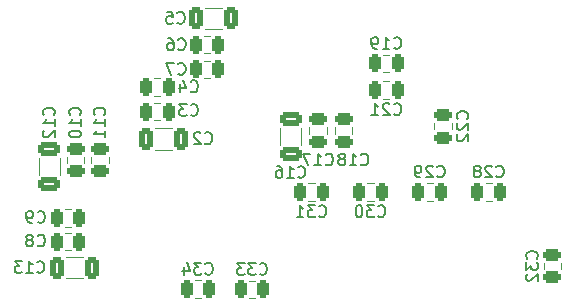
<source format=gbo>
G04 #@! TF.GenerationSoftware,KiCad,Pcbnew,8.0.2-8.0.2-0~ubuntu22.04.1*
G04 #@! TF.CreationDate,2024-06-03T16:53:01-05:00*
G04 #@! TF.ProjectId,peak-holder,7065616b-2d68-46f6-9c64-65722e6b6963,rev?*
G04 #@! TF.SameCoordinates,Original*
G04 #@! TF.FileFunction,Legend,Bot*
G04 #@! TF.FilePolarity,Positive*
%FSLAX46Y46*%
G04 Gerber Fmt 4.6, Leading zero omitted, Abs format (unit mm)*
G04 Created by KiCad (PCBNEW 8.0.2-8.0.2-0~ubuntu22.04.1) date 2024-06-03 16:53:01*
%MOMM*%
%LPD*%
G01*
G04 APERTURE LIST*
G04 Aperture macros list*
%AMRoundRect*
0 Rectangle with rounded corners*
0 $1 Rounding radius*
0 $2 $3 $4 $5 $6 $7 $8 $9 X,Y pos of 4 corners*
0 Add a 4 corners polygon primitive as box body*
4,1,4,$2,$3,$4,$5,$6,$7,$8,$9,$2,$3,0*
0 Add four circle primitives for the rounded corners*
1,1,$1+$1,$2,$3*
1,1,$1+$1,$4,$5*
1,1,$1+$1,$6,$7*
1,1,$1+$1,$8,$9*
0 Add four rect primitives between the rounded corners*
20,1,$1+$1,$2,$3,$4,$5,0*
20,1,$1+$1,$4,$5,$6,$7,0*
20,1,$1+$1,$6,$7,$8,$9,0*
20,1,$1+$1,$8,$9,$2,$3,0*%
G04 Aperture macros list end*
%ADD10C,0.150000*%
%ADD11C,0.120000*%
%ADD12C,3.500000*%
%ADD13C,2.000000*%
%ADD14RoundRect,0.102000X-0.975000X0.975000X-0.975000X-0.975000X0.975000X-0.975000X0.975000X0.975000X0*%
%ADD15C,2.154000*%
%ADD16C,1.240000*%
%ADD17R,1.270000X1.270000*%
%ADD18C,1.270000*%
%ADD19RoundRect,0.250000X0.250000X0.475000X-0.250000X0.475000X-0.250000X-0.475000X0.250000X-0.475000X0*%
%ADD20RoundRect,0.250000X-0.650000X0.325000X-0.650000X-0.325000X0.650000X-0.325000X0.650000X0.325000X0*%
%ADD21RoundRect,0.250000X-0.250000X-0.475000X0.250000X-0.475000X0.250000X0.475000X-0.250000X0.475000X0*%
%ADD22RoundRect,0.250000X0.475000X-0.250000X0.475000X0.250000X-0.475000X0.250000X-0.475000X-0.250000X0*%
%ADD23RoundRect,0.250000X-0.325000X-0.650000X0.325000X-0.650000X0.325000X0.650000X-0.325000X0.650000X0*%
%ADD24RoundRect,0.250000X-0.475000X0.250000X-0.475000X-0.250000X0.475000X-0.250000X0.475000X0.250000X0*%
%ADD25RoundRect,0.250000X0.650000X-0.325000X0.650000X0.325000X-0.650000X0.325000X-0.650000X-0.325000X0*%
G04 APERTURE END LIST*
D10*
X108603908Y-58429580D02*
X108651527Y-58477200D01*
X108651527Y-58477200D02*
X108794384Y-58524819D01*
X108794384Y-58524819D02*
X108889622Y-58524819D01*
X108889622Y-58524819D02*
X109032479Y-58477200D01*
X109032479Y-58477200D02*
X109127717Y-58381961D01*
X109127717Y-58381961D02*
X109175336Y-58286723D01*
X109175336Y-58286723D02*
X109222955Y-58096247D01*
X109222955Y-58096247D02*
X109222955Y-57953390D01*
X109222955Y-57953390D02*
X109175336Y-57762914D01*
X109175336Y-57762914D02*
X109127717Y-57667676D01*
X109127717Y-57667676D02*
X109032479Y-57572438D01*
X109032479Y-57572438D02*
X108889622Y-57524819D01*
X108889622Y-57524819D02*
X108794384Y-57524819D01*
X108794384Y-57524819D02*
X108651527Y-57572438D01*
X108651527Y-57572438D02*
X108603908Y-57620057D01*
X108222955Y-57620057D02*
X108175336Y-57572438D01*
X108175336Y-57572438D02*
X108080098Y-57524819D01*
X108080098Y-57524819D02*
X107842003Y-57524819D01*
X107842003Y-57524819D02*
X107746765Y-57572438D01*
X107746765Y-57572438D02*
X107699146Y-57620057D01*
X107699146Y-57620057D02*
X107651527Y-57715295D01*
X107651527Y-57715295D02*
X107651527Y-57810533D01*
X107651527Y-57810533D02*
X107699146Y-57953390D01*
X107699146Y-57953390D02*
X108270574Y-58524819D01*
X108270574Y-58524819D02*
X107651527Y-58524819D01*
X107080098Y-57953390D02*
X107175336Y-57905771D01*
X107175336Y-57905771D02*
X107222955Y-57858152D01*
X107222955Y-57858152D02*
X107270574Y-57762914D01*
X107270574Y-57762914D02*
X107270574Y-57715295D01*
X107270574Y-57715295D02*
X107222955Y-57620057D01*
X107222955Y-57620057D02*
X107175336Y-57572438D01*
X107175336Y-57572438D02*
X107080098Y-57524819D01*
X107080098Y-57524819D02*
X106889622Y-57524819D01*
X106889622Y-57524819D02*
X106794384Y-57572438D01*
X106794384Y-57572438D02*
X106746765Y-57620057D01*
X106746765Y-57620057D02*
X106699146Y-57715295D01*
X106699146Y-57715295D02*
X106699146Y-57762914D01*
X106699146Y-57762914D02*
X106746765Y-57858152D01*
X106746765Y-57858152D02*
X106794384Y-57905771D01*
X106794384Y-57905771D02*
X106889622Y-57953390D01*
X106889622Y-57953390D02*
X107080098Y-57953390D01*
X107080098Y-57953390D02*
X107175336Y-58001009D01*
X107175336Y-58001009D02*
X107222955Y-58048628D01*
X107222955Y-58048628D02*
X107270574Y-58143866D01*
X107270574Y-58143866D02*
X107270574Y-58334342D01*
X107270574Y-58334342D02*
X107222955Y-58429580D01*
X107222955Y-58429580D02*
X107175336Y-58477200D01*
X107175336Y-58477200D02*
X107080098Y-58524819D01*
X107080098Y-58524819D02*
X106889622Y-58524819D01*
X106889622Y-58524819D02*
X106794384Y-58477200D01*
X106794384Y-58477200D02*
X106746765Y-58429580D01*
X106746765Y-58429580D02*
X106699146Y-58334342D01*
X106699146Y-58334342D02*
X106699146Y-58143866D01*
X106699146Y-58143866D02*
X106746765Y-58048628D01*
X106746765Y-58048628D02*
X106794384Y-58001009D01*
X106794384Y-58001009D02*
X106889622Y-57953390D01*
X71119580Y-53227143D02*
X71167200Y-53179524D01*
X71167200Y-53179524D02*
X71214819Y-53036667D01*
X71214819Y-53036667D02*
X71214819Y-52941429D01*
X71214819Y-52941429D02*
X71167200Y-52798572D01*
X71167200Y-52798572D02*
X71071961Y-52703334D01*
X71071961Y-52703334D02*
X70976723Y-52655715D01*
X70976723Y-52655715D02*
X70786247Y-52608096D01*
X70786247Y-52608096D02*
X70643390Y-52608096D01*
X70643390Y-52608096D02*
X70452914Y-52655715D01*
X70452914Y-52655715D02*
X70357676Y-52703334D01*
X70357676Y-52703334D02*
X70262438Y-52798572D01*
X70262438Y-52798572D02*
X70214819Y-52941429D01*
X70214819Y-52941429D02*
X70214819Y-53036667D01*
X70214819Y-53036667D02*
X70262438Y-53179524D01*
X70262438Y-53179524D02*
X70310057Y-53227143D01*
X71214819Y-54179524D02*
X71214819Y-53608096D01*
X71214819Y-53893810D02*
X70214819Y-53893810D01*
X70214819Y-53893810D02*
X70357676Y-53798572D01*
X70357676Y-53798572D02*
X70452914Y-53703334D01*
X70452914Y-53703334D02*
X70500533Y-53608096D01*
X70310057Y-54560477D02*
X70262438Y-54608096D01*
X70262438Y-54608096D02*
X70214819Y-54703334D01*
X70214819Y-54703334D02*
X70214819Y-54941429D01*
X70214819Y-54941429D02*
X70262438Y-55036667D01*
X70262438Y-55036667D02*
X70310057Y-55084286D01*
X70310057Y-55084286D02*
X70405295Y-55131905D01*
X70405295Y-55131905D02*
X70500533Y-55131905D01*
X70500533Y-55131905D02*
X70643390Y-55084286D01*
X70643390Y-55084286D02*
X71214819Y-54512858D01*
X71214819Y-54512858D02*
X71214819Y-55131905D01*
X69766666Y-62274581D02*
X69814285Y-62322201D01*
X69814285Y-62322201D02*
X69957142Y-62369820D01*
X69957142Y-62369820D02*
X70052380Y-62369820D01*
X70052380Y-62369820D02*
X70195237Y-62322201D01*
X70195237Y-62322201D02*
X70290475Y-62226962D01*
X70290475Y-62226962D02*
X70338094Y-62131724D01*
X70338094Y-62131724D02*
X70385713Y-61941248D01*
X70385713Y-61941248D02*
X70385713Y-61798391D01*
X70385713Y-61798391D02*
X70338094Y-61607915D01*
X70338094Y-61607915D02*
X70290475Y-61512677D01*
X70290475Y-61512677D02*
X70195237Y-61417439D01*
X70195237Y-61417439D02*
X70052380Y-61369820D01*
X70052380Y-61369820D02*
X69957142Y-61369820D01*
X69957142Y-61369820D02*
X69814285Y-61417439D01*
X69814285Y-61417439D02*
X69766666Y-61465058D01*
X69290475Y-62369820D02*
X69099999Y-62369820D01*
X69099999Y-62369820D02*
X69004761Y-62322201D01*
X69004761Y-62322201D02*
X68957142Y-62274581D01*
X68957142Y-62274581D02*
X68861904Y-62131724D01*
X68861904Y-62131724D02*
X68814285Y-61941248D01*
X68814285Y-61941248D02*
X68814285Y-61560296D01*
X68814285Y-61560296D02*
X68861904Y-61465058D01*
X68861904Y-61465058D02*
X68909523Y-61417439D01*
X68909523Y-61417439D02*
X69004761Y-61369820D01*
X69004761Y-61369820D02*
X69195237Y-61369820D01*
X69195237Y-61369820D02*
X69290475Y-61417439D01*
X69290475Y-61417439D02*
X69338094Y-61465058D01*
X69338094Y-61465058D02*
X69385713Y-61560296D01*
X69385713Y-61560296D02*
X69385713Y-61798391D01*
X69385713Y-61798391D02*
X69338094Y-61893629D01*
X69338094Y-61893629D02*
X69290475Y-61941248D01*
X69290475Y-61941248D02*
X69195237Y-61988867D01*
X69195237Y-61988867D02*
X69004761Y-61988867D01*
X69004761Y-61988867D02*
X68909523Y-61941248D01*
X68909523Y-61941248D02*
X68861904Y-61893629D01*
X68861904Y-61893629D02*
X68814285Y-61798391D01*
X81676666Y-47659581D02*
X81724285Y-47707201D01*
X81724285Y-47707201D02*
X81867142Y-47754820D01*
X81867142Y-47754820D02*
X81962380Y-47754820D01*
X81962380Y-47754820D02*
X82105237Y-47707201D01*
X82105237Y-47707201D02*
X82200475Y-47611962D01*
X82200475Y-47611962D02*
X82248094Y-47516724D01*
X82248094Y-47516724D02*
X82295713Y-47326248D01*
X82295713Y-47326248D02*
X82295713Y-47183391D01*
X82295713Y-47183391D02*
X82248094Y-46992915D01*
X82248094Y-46992915D02*
X82200475Y-46897677D01*
X82200475Y-46897677D02*
X82105237Y-46802439D01*
X82105237Y-46802439D02*
X81962380Y-46754820D01*
X81962380Y-46754820D02*
X81867142Y-46754820D01*
X81867142Y-46754820D02*
X81724285Y-46802439D01*
X81724285Y-46802439D02*
X81676666Y-46850058D01*
X80819523Y-46754820D02*
X81009999Y-46754820D01*
X81009999Y-46754820D02*
X81105237Y-46802439D01*
X81105237Y-46802439D02*
X81152856Y-46850058D01*
X81152856Y-46850058D02*
X81248094Y-46992915D01*
X81248094Y-46992915D02*
X81295713Y-47183391D01*
X81295713Y-47183391D02*
X81295713Y-47564343D01*
X81295713Y-47564343D02*
X81248094Y-47659581D01*
X81248094Y-47659581D02*
X81200475Y-47707201D01*
X81200475Y-47707201D02*
X81105237Y-47754820D01*
X81105237Y-47754820D02*
X80914761Y-47754820D01*
X80914761Y-47754820D02*
X80819523Y-47707201D01*
X80819523Y-47707201D02*
X80771904Y-47659581D01*
X80771904Y-47659581D02*
X80724285Y-47564343D01*
X80724285Y-47564343D02*
X80724285Y-47326248D01*
X80724285Y-47326248D02*
X80771904Y-47231010D01*
X80771904Y-47231010D02*
X80819523Y-47183391D01*
X80819523Y-47183391D02*
X80914761Y-47135772D01*
X80914761Y-47135772D02*
X81105237Y-47135772D01*
X81105237Y-47135772D02*
X81200475Y-47183391D01*
X81200475Y-47183391D02*
X81248094Y-47231010D01*
X81248094Y-47231010D02*
X81295713Y-47326248D01*
X82726666Y-53217081D02*
X82774285Y-53264701D01*
X82774285Y-53264701D02*
X82917142Y-53312320D01*
X82917142Y-53312320D02*
X83012380Y-53312320D01*
X83012380Y-53312320D02*
X83155237Y-53264701D01*
X83155237Y-53264701D02*
X83250475Y-53169462D01*
X83250475Y-53169462D02*
X83298094Y-53074224D01*
X83298094Y-53074224D02*
X83345713Y-52883748D01*
X83345713Y-52883748D02*
X83345713Y-52740891D01*
X83345713Y-52740891D02*
X83298094Y-52550415D01*
X83298094Y-52550415D02*
X83250475Y-52455177D01*
X83250475Y-52455177D02*
X83155237Y-52359939D01*
X83155237Y-52359939D02*
X83012380Y-52312320D01*
X83012380Y-52312320D02*
X82917142Y-52312320D01*
X82917142Y-52312320D02*
X82774285Y-52359939D01*
X82774285Y-52359939D02*
X82726666Y-52407558D01*
X82393332Y-52312320D02*
X81774285Y-52312320D01*
X81774285Y-52312320D02*
X82107618Y-52693272D01*
X82107618Y-52693272D02*
X81964761Y-52693272D01*
X81964761Y-52693272D02*
X81869523Y-52740891D01*
X81869523Y-52740891D02*
X81821904Y-52788510D01*
X81821904Y-52788510D02*
X81774285Y-52883748D01*
X81774285Y-52883748D02*
X81774285Y-53121843D01*
X81774285Y-53121843D02*
X81821904Y-53217081D01*
X81821904Y-53217081D02*
X81869523Y-53264701D01*
X81869523Y-53264701D02*
X81964761Y-53312320D01*
X81964761Y-53312320D02*
X82250475Y-53312320D01*
X82250475Y-53312320D02*
X82345713Y-53264701D01*
X82345713Y-53264701D02*
X82393332Y-53217081D01*
X81676666Y-49729581D02*
X81724285Y-49777201D01*
X81724285Y-49777201D02*
X81867142Y-49824820D01*
X81867142Y-49824820D02*
X81962380Y-49824820D01*
X81962380Y-49824820D02*
X82105237Y-49777201D01*
X82105237Y-49777201D02*
X82200475Y-49681962D01*
X82200475Y-49681962D02*
X82248094Y-49586724D01*
X82248094Y-49586724D02*
X82295713Y-49396248D01*
X82295713Y-49396248D02*
X82295713Y-49253391D01*
X82295713Y-49253391D02*
X82248094Y-49062915D01*
X82248094Y-49062915D02*
X82200475Y-48967677D01*
X82200475Y-48967677D02*
X82105237Y-48872439D01*
X82105237Y-48872439D02*
X81962380Y-48824820D01*
X81962380Y-48824820D02*
X81867142Y-48824820D01*
X81867142Y-48824820D02*
X81724285Y-48872439D01*
X81724285Y-48872439D02*
X81676666Y-48920058D01*
X81343332Y-48824820D02*
X80676666Y-48824820D01*
X80676666Y-48824820D02*
X81105237Y-49824820D01*
X106145829Y-53557142D02*
X106193449Y-53509523D01*
X106193449Y-53509523D02*
X106241068Y-53366666D01*
X106241068Y-53366666D02*
X106241068Y-53271428D01*
X106241068Y-53271428D02*
X106193449Y-53128571D01*
X106193449Y-53128571D02*
X106098210Y-53033333D01*
X106098210Y-53033333D02*
X106002972Y-52985714D01*
X106002972Y-52985714D02*
X105812496Y-52938095D01*
X105812496Y-52938095D02*
X105669639Y-52938095D01*
X105669639Y-52938095D02*
X105479163Y-52985714D01*
X105479163Y-52985714D02*
X105383925Y-53033333D01*
X105383925Y-53033333D02*
X105288687Y-53128571D01*
X105288687Y-53128571D02*
X105241068Y-53271428D01*
X105241068Y-53271428D02*
X105241068Y-53366666D01*
X105241068Y-53366666D02*
X105288687Y-53509523D01*
X105288687Y-53509523D02*
X105336306Y-53557142D01*
X105336306Y-53938095D02*
X105288687Y-53985714D01*
X105288687Y-53985714D02*
X105241068Y-54080952D01*
X105241068Y-54080952D02*
X105241068Y-54319047D01*
X105241068Y-54319047D02*
X105288687Y-54414285D01*
X105288687Y-54414285D02*
X105336306Y-54461904D01*
X105336306Y-54461904D02*
X105431544Y-54509523D01*
X105431544Y-54509523D02*
X105526782Y-54509523D01*
X105526782Y-54509523D02*
X105669639Y-54461904D01*
X105669639Y-54461904D02*
X106241068Y-53890476D01*
X106241068Y-53890476D02*
X106241068Y-54509523D01*
X105336306Y-54890476D02*
X105288687Y-54938095D01*
X105288687Y-54938095D02*
X105241068Y-55033333D01*
X105241068Y-55033333D02*
X105241068Y-55271428D01*
X105241068Y-55271428D02*
X105288687Y-55366666D01*
X105288687Y-55366666D02*
X105336306Y-55414285D01*
X105336306Y-55414285D02*
X105431544Y-55461904D01*
X105431544Y-55461904D02*
X105526782Y-55461904D01*
X105526782Y-55461904D02*
X105669639Y-55414285D01*
X105669639Y-55414285D02*
X106241068Y-54842857D01*
X106241068Y-54842857D02*
X106241068Y-55461904D01*
X69727857Y-66514581D02*
X69775476Y-66562201D01*
X69775476Y-66562201D02*
X69918333Y-66609820D01*
X69918333Y-66609820D02*
X70013571Y-66609820D01*
X70013571Y-66609820D02*
X70156428Y-66562201D01*
X70156428Y-66562201D02*
X70251666Y-66466962D01*
X70251666Y-66466962D02*
X70299285Y-66371724D01*
X70299285Y-66371724D02*
X70346904Y-66181248D01*
X70346904Y-66181248D02*
X70346904Y-66038391D01*
X70346904Y-66038391D02*
X70299285Y-65847915D01*
X70299285Y-65847915D02*
X70251666Y-65752677D01*
X70251666Y-65752677D02*
X70156428Y-65657439D01*
X70156428Y-65657439D02*
X70013571Y-65609820D01*
X70013571Y-65609820D02*
X69918333Y-65609820D01*
X69918333Y-65609820D02*
X69775476Y-65657439D01*
X69775476Y-65657439D02*
X69727857Y-65705058D01*
X68775476Y-66609820D02*
X69346904Y-66609820D01*
X69061190Y-66609820D02*
X69061190Y-65609820D01*
X69061190Y-65609820D02*
X69156428Y-65752677D01*
X69156428Y-65752677D02*
X69251666Y-65847915D01*
X69251666Y-65847915D02*
X69346904Y-65895534D01*
X68442142Y-65609820D02*
X67823095Y-65609820D01*
X67823095Y-65609820D02*
X68156428Y-65990772D01*
X68156428Y-65990772D02*
X68013571Y-65990772D01*
X68013571Y-65990772D02*
X67918333Y-66038391D01*
X67918333Y-66038391D02*
X67870714Y-66086010D01*
X67870714Y-66086010D02*
X67823095Y-66181248D01*
X67823095Y-66181248D02*
X67823095Y-66419343D01*
X67823095Y-66419343D02*
X67870714Y-66514581D01*
X67870714Y-66514581D02*
X67918333Y-66562201D01*
X67918333Y-66562201D02*
X68013571Y-66609820D01*
X68013571Y-66609820D02*
X68299285Y-66609820D01*
X68299285Y-66609820D02*
X68394523Y-66562201D01*
X68394523Y-66562201D02*
X68442142Y-66514581D01*
X82726666Y-51217081D02*
X82774285Y-51264701D01*
X82774285Y-51264701D02*
X82917142Y-51312320D01*
X82917142Y-51312320D02*
X83012380Y-51312320D01*
X83012380Y-51312320D02*
X83155237Y-51264701D01*
X83155237Y-51264701D02*
X83250475Y-51169462D01*
X83250475Y-51169462D02*
X83298094Y-51074224D01*
X83298094Y-51074224D02*
X83345713Y-50883748D01*
X83345713Y-50883748D02*
X83345713Y-50740891D01*
X83345713Y-50740891D02*
X83298094Y-50550415D01*
X83298094Y-50550415D02*
X83250475Y-50455177D01*
X83250475Y-50455177D02*
X83155237Y-50359939D01*
X83155237Y-50359939D02*
X83012380Y-50312320D01*
X83012380Y-50312320D02*
X82917142Y-50312320D01*
X82917142Y-50312320D02*
X82774285Y-50359939D01*
X82774285Y-50359939D02*
X82726666Y-50407558D01*
X81869523Y-50645653D02*
X81869523Y-51312320D01*
X82107618Y-50264701D02*
X82345713Y-50978986D01*
X82345713Y-50978986D02*
X81726666Y-50978986D01*
X99942007Y-53156280D02*
X99989626Y-53203900D01*
X99989626Y-53203900D02*
X100132483Y-53251519D01*
X100132483Y-53251519D02*
X100227721Y-53251519D01*
X100227721Y-53251519D02*
X100370578Y-53203900D01*
X100370578Y-53203900D02*
X100465816Y-53108661D01*
X100465816Y-53108661D02*
X100513435Y-53013423D01*
X100513435Y-53013423D02*
X100561054Y-52822947D01*
X100561054Y-52822947D02*
X100561054Y-52680090D01*
X100561054Y-52680090D02*
X100513435Y-52489614D01*
X100513435Y-52489614D02*
X100465816Y-52394376D01*
X100465816Y-52394376D02*
X100370578Y-52299138D01*
X100370578Y-52299138D02*
X100227721Y-52251519D01*
X100227721Y-52251519D02*
X100132483Y-52251519D01*
X100132483Y-52251519D02*
X99989626Y-52299138D01*
X99989626Y-52299138D02*
X99942007Y-52346757D01*
X99561054Y-52346757D02*
X99513435Y-52299138D01*
X99513435Y-52299138D02*
X99418197Y-52251519D01*
X99418197Y-52251519D02*
X99180102Y-52251519D01*
X99180102Y-52251519D02*
X99084864Y-52299138D01*
X99084864Y-52299138D02*
X99037245Y-52346757D01*
X99037245Y-52346757D02*
X98989626Y-52441995D01*
X98989626Y-52441995D02*
X98989626Y-52537233D01*
X98989626Y-52537233D02*
X99037245Y-52680090D01*
X99037245Y-52680090D02*
X99608673Y-53251519D01*
X99608673Y-53251519D02*
X98989626Y-53251519D01*
X98037245Y-53251519D02*
X98608673Y-53251519D01*
X98322959Y-53251519D02*
X98322959Y-52251519D01*
X98322959Y-52251519D02*
X98418197Y-52394376D01*
X98418197Y-52394376D02*
X98513435Y-52489614D01*
X98513435Y-52489614D02*
X98608673Y-52537233D01*
X81601666Y-45414581D02*
X81649285Y-45462201D01*
X81649285Y-45462201D02*
X81792142Y-45509820D01*
X81792142Y-45509820D02*
X81887380Y-45509820D01*
X81887380Y-45509820D02*
X82030237Y-45462201D01*
X82030237Y-45462201D02*
X82125475Y-45366962D01*
X82125475Y-45366962D02*
X82173094Y-45271724D01*
X82173094Y-45271724D02*
X82220713Y-45081248D01*
X82220713Y-45081248D02*
X82220713Y-44938391D01*
X82220713Y-44938391D02*
X82173094Y-44747915D01*
X82173094Y-44747915D02*
X82125475Y-44652677D01*
X82125475Y-44652677D02*
X82030237Y-44557439D01*
X82030237Y-44557439D02*
X81887380Y-44509820D01*
X81887380Y-44509820D02*
X81792142Y-44509820D01*
X81792142Y-44509820D02*
X81649285Y-44557439D01*
X81649285Y-44557439D02*
X81601666Y-44605058D01*
X80696904Y-44509820D02*
X81173094Y-44509820D01*
X81173094Y-44509820D02*
X81220713Y-44986010D01*
X81220713Y-44986010D02*
X81173094Y-44938391D01*
X81173094Y-44938391D02*
X81077856Y-44890772D01*
X81077856Y-44890772D02*
X80839761Y-44890772D01*
X80839761Y-44890772D02*
X80744523Y-44938391D01*
X80744523Y-44938391D02*
X80696904Y-44986010D01*
X80696904Y-44986010D02*
X80649285Y-45081248D01*
X80649285Y-45081248D02*
X80649285Y-45319343D01*
X80649285Y-45319343D02*
X80696904Y-45414581D01*
X80696904Y-45414581D02*
X80744523Y-45462201D01*
X80744523Y-45462201D02*
X80839761Y-45509820D01*
X80839761Y-45509820D02*
X81077856Y-45509820D01*
X81077856Y-45509820D02*
X81173094Y-45462201D01*
X81173094Y-45462201D02*
X81220713Y-45414581D01*
X103603908Y-58429580D02*
X103651527Y-58477200D01*
X103651527Y-58477200D02*
X103794384Y-58524819D01*
X103794384Y-58524819D02*
X103889622Y-58524819D01*
X103889622Y-58524819D02*
X104032479Y-58477200D01*
X104032479Y-58477200D02*
X104127717Y-58381961D01*
X104127717Y-58381961D02*
X104175336Y-58286723D01*
X104175336Y-58286723D02*
X104222955Y-58096247D01*
X104222955Y-58096247D02*
X104222955Y-57953390D01*
X104222955Y-57953390D02*
X104175336Y-57762914D01*
X104175336Y-57762914D02*
X104127717Y-57667676D01*
X104127717Y-57667676D02*
X104032479Y-57572438D01*
X104032479Y-57572438D02*
X103889622Y-57524819D01*
X103889622Y-57524819D02*
X103794384Y-57524819D01*
X103794384Y-57524819D02*
X103651527Y-57572438D01*
X103651527Y-57572438D02*
X103603908Y-57620057D01*
X103222955Y-57620057D02*
X103175336Y-57572438D01*
X103175336Y-57572438D02*
X103080098Y-57524819D01*
X103080098Y-57524819D02*
X102842003Y-57524819D01*
X102842003Y-57524819D02*
X102746765Y-57572438D01*
X102746765Y-57572438D02*
X102699146Y-57620057D01*
X102699146Y-57620057D02*
X102651527Y-57715295D01*
X102651527Y-57715295D02*
X102651527Y-57810533D01*
X102651527Y-57810533D02*
X102699146Y-57953390D01*
X102699146Y-57953390D02*
X103270574Y-58524819D01*
X103270574Y-58524819D02*
X102651527Y-58524819D01*
X102175336Y-58524819D02*
X101984860Y-58524819D01*
X101984860Y-58524819D02*
X101889622Y-58477200D01*
X101889622Y-58477200D02*
X101842003Y-58429580D01*
X101842003Y-58429580D02*
X101746765Y-58286723D01*
X101746765Y-58286723D02*
X101699146Y-58096247D01*
X101699146Y-58096247D02*
X101699146Y-57715295D01*
X101699146Y-57715295D02*
X101746765Y-57620057D01*
X101746765Y-57620057D02*
X101794384Y-57572438D01*
X101794384Y-57572438D02*
X101889622Y-57524819D01*
X101889622Y-57524819D02*
X102080098Y-57524819D01*
X102080098Y-57524819D02*
X102175336Y-57572438D01*
X102175336Y-57572438D02*
X102222955Y-57620057D01*
X102222955Y-57620057D02*
X102270574Y-57715295D01*
X102270574Y-57715295D02*
X102270574Y-57953390D01*
X102270574Y-57953390D02*
X102222955Y-58048628D01*
X102222955Y-58048628D02*
X102175336Y-58096247D01*
X102175336Y-58096247D02*
X102080098Y-58143866D01*
X102080098Y-58143866D02*
X101889622Y-58143866D01*
X101889622Y-58143866D02*
X101794384Y-58096247D01*
X101794384Y-58096247D02*
X101746765Y-58048628D01*
X101746765Y-58048628D02*
X101699146Y-57953390D01*
X75409580Y-53227143D02*
X75457200Y-53179524D01*
X75457200Y-53179524D02*
X75504819Y-53036667D01*
X75504819Y-53036667D02*
X75504819Y-52941429D01*
X75504819Y-52941429D02*
X75457200Y-52798572D01*
X75457200Y-52798572D02*
X75361961Y-52703334D01*
X75361961Y-52703334D02*
X75266723Y-52655715D01*
X75266723Y-52655715D02*
X75076247Y-52608096D01*
X75076247Y-52608096D02*
X74933390Y-52608096D01*
X74933390Y-52608096D02*
X74742914Y-52655715D01*
X74742914Y-52655715D02*
X74647676Y-52703334D01*
X74647676Y-52703334D02*
X74552438Y-52798572D01*
X74552438Y-52798572D02*
X74504819Y-52941429D01*
X74504819Y-52941429D02*
X74504819Y-53036667D01*
X74504819Y-53036667D02*
X74552438Y-53179524D01*
X74552438Y-53179524D02*
X74600057Y-53227143D01*
X75504819Y-54179524D02*
X75504819Y-53608096D01*
X75504819Y-53893810D02*
X74504819Y-53893810D01*
X74504819Y-53893810D02*
X74647676Y-53798572D01*
X74647676Y-53798572D02*
X74742914Y-53703334D01*
X74742914Y-53703334D02*
X74790533Y-53608096D01*
X75504819Y-55131905D02*
X75504819Y-54560477D01*
X75504819Y-54846191D02*
X74504819Y-54846191D01*
X74504819Y-54846191D02*
X74647676Y-54750953D01*
X74647676Y-54750953D02*
X74742914Y-54655715D01*
X74742914Y-54655715D02*
X74790533Y-54560477D01*
X69766666Y-64279581D02*
X69814285Y-64327201D01*
X69814285Y-64327201D02*
X69957142Y-64374820D01*
X69957142Y-64374820D02*
X70052380Y-64374820D01*
X70052380Y-64374820D02*
X70195237Y-64327201D01*
X70195237Y-64327201D02*
X70290475Y-64231962D01*
X70290475Y-64231962D02*
X70338094Y-64136724D01*
X70338094Y-64136724D02*
X70385713Y-63946248D01*
X70385713Y-63946248D02*
X70385713Y-63803391D01*
X70385713Y-63803391D02*
X70338094Y-63612915D01*
X70338094Y-63612915D02*
X70290475Y-63517677D01*
X70290475Y-63517677D02*
X70195237Y-63422439D01*
X70195237Y-63422439D02*
X70052380Y-63374820D01*
X70052380Y-63374820D02*
X69957142Y-63374820D01*
X69957142Y-63374820D02*
X69814285Y-63422439D01*
X69814285Y-63422439D02*
X69766666Y-63470058D01*
X69195237Y-63803391D02*
X69290475Y-63755772D01*
X69290475Y-63755772D02*
X69338094Y-63708153D01*
X69338094Y-63708153D02*
X69385713Y-63612915D01*
X69385713Y-63612915D02*
X69385713Y-63565296D01*
X69385713Y-63565296D02*
X69338094Y-63470058D01*
X69338094Y-63470058D02*
X69290475Y-63422439D01*
X69290475Y-63422439D02*
X69195237Y-63374820D01*
X69195237Y-63374820D02*
X69004761Y-63374820D01*
X69004761Y-63374820D02*
X68909523Y-63422439D01*
X68909523Y-63422439D02*
X68861904Y-63470058D01*
X68861904Y-63470058D02*
X68814285Y-63565296D01*
X68814285Y-63565296D02*
X68814285Y-63612915D01*
X68814285Y-63612915D02*
X68861904Y-63708153D01*
X68861904Y-63708153D02*
X68909523Y-63755772D01*
X68909523Y-63755772D02*
X69004761Y-63803391D01*
X69004761Y-63803391D02*
X69195237Y-63803391D01*
X69195237Y-63803391D02*
X69290475Y-63851010D01*
X69290475Y-63851010D02*
X69338094Y-63898629D01*
X69338094Y-63898629D02*
X69385713Y-63993867D01*
X69385713Y-63993867D02*
X69385713Y-64184343D01*
X69385713Y-64184343D02*
X69338094Y-64279581D01*
X69338094Y-64279581D02*
X69290475Y-64327201D01*
X69290475Y-64327201D02*
X69195237Y-64374820D01*
X69195237Y-64374820D02*
X69004761Y-64374820D01*
X69004761Y-64374820D02*
X68909523Y-64327201D01*
X68909523Y-64327201D02*
X68861904Y-64279581D01*
X68861904Y-64279581D02*
X68814285Y-64184343D01*
X68814285Y-64184343D02*
X68814285Y-63993867D01*
X68814285Y-63993867D02*
X68861904Y-63898629D01*
X68861904Y-63898629D02*
X68909523Y-63851010D01*
X68909523Y-63851010D02*
X69004761Y-63803391D01*
X94161807Y-57409580D02*
X94209426Y-57457200D01*
X94209426Y-57457200D02*
X94352283Y-57504819D01*
X94352283Y-57504819D02*
X94447521Y-57504819D01*
X94447521Y-57504819D02*
X94590378Y-57457200D01*
X94590378Y-57457200D02*
X94685616Y-57361961D01*
X94685616Y-57361961D02*
X94733235Y-57266723D01*
X94733235Y-57266723D02*
X94780854Y-57076247D01*
X94780854Y-57076247D02*
X94780854Y-56933390D01*
X94780854Y-56933390D02*
X94733235Y-56742914D01*
X94733235Y-56742914D02*
X94685616Y-56647676D01*
X94685616Y-56647676D02*
X94590378Y-56552438D01*
X94590378Y-56552438D02*
X94447521Y-56504819D01*
X94447521Y-56504819D02*
X94352283Y-56504819D01*
X94352283Y-56504819D02*
X94209426Y-56552438D01*
X94209426Y-56552438D02*
X94161807Y-56600057D01*
X93209426Y-57504819D02*
X93780854Y-57504819D01*
X93495140Y-57504819D02*
X93495140Y-56504819D01*
X93495140Y-56504819D02*
X93590378Y-56647676D01*
X93590378Y-56647676D02*
X93685616Y-56742914D01*
X93685616Y-56742914D02*
X93780854Y-56790533D01*
X92876092Y-56504819D02*
X92209426Y-56504819D01*
X92209426Y-56504819D02*
X92637997Y-57504819D01*
X98603908Y-61789580D02*
X98651527Y-61837200D01*
X98651527Y-61837200D02*
X98794384Y-61884819D01*
X98794384Y-61884819D02*
X98889622Y-61884819D01*
X98889622Y-61884819D02*
X99032479Y-61837200D01*
X99032479Y-61837200D02*
X99127717Y-61741961D01*
X99127717Y-61741961D02*
X99175336Y-61646723D01*
X99175336Y-61646723D02*
X99222955Y-61456247D01*
X99222955Y-61456247D02*
X99222955Y-61313390D01*
X99222955Y-61313390D02*
X99175336Y-61122914D01*
X99175336Y-61122914D02*
X99127717Y-61027676D01*
X99127717Y-61027676D02*
X99032479Y-60932438D01*
X99032479Y-60932438D02*
X98889622Y-60884819D01*
X98889622Y-60884819D02*
X98794384Y-60884819D01*
X98794384Y-60884819D02*
X98651527Y-60932438D01*
X98651527Y-60932438D02*
X98603908Y-60980057D01*
X98270574Y-60884819D02*
X97651527Y-60884819D01*
X97651527Y-60884819D02*
X97984860Y-61265771D01*
X97984860Y-61265771D02*
X97842003Y-61265771D01*
X97842003Y-61265771D02*
X97746765Y-61313390D01*
X97746765Y-61313390D02*
X97699146Y-61361009D01*
X97699146Y-61361009D02*
X97651527Y-61456247D01*
X97651527Y-61456247D02*
X97651527Y-61694342D01*
X97651527Y-61694342D02*
X97699146Y-61789580D01*
X97699146Y-61789580D02*
X97746765Y-61837200D01*
X97746765Y-61837200D02*
X97842003Y-61884819D01*
X97842003Y-61884819D02*
X98127717Y-61884819D01*
X98127717Y-61884819D02*
X98222955Y-61837200D01*
X98222955Y-61837200D02*
X98270574Y-61789580D01*
X97032479Y-60884819D02*
X96937241Y-60884819D01*
X96937241Y-60884819D02*
X96842003Y-60932438D01*
X96842003Y-60932438D02*
X96794384Y-60980057D01*
X96794384Y-60980057D02*
X96746765Y-61075295D01*
X96746765Y-61075295D02*
X96699146Y-61265771D01*
X96699146Y-61265771D02*
X96699146Y-61503866D01*
X96699146Y-61503866D02*
X96746765Y-61694342D01*
X96746765Y-61694342D02*
X96794384Y-61789580D01*
X96794384Y-61789580D02*
X96842003Y-61837200D01*
X96842003Y-61837200D02*
X96937241Y-61884819D01*
X96937241Y-61884819D02*
X97032479Y-61884819D01*
X97032479Y-61884819D02*
X97127717Y-61837200D01*
X97127717Y-61837200D02*
X97175336Y-61789580D01*
X97175336Y-61789580D02*
X97222955Y-61694342D01*
X97222955Y-61694342D02*
X97270574Y-61503866D01*
X97270574Y-61503866D02*
X97270574Y-61265771D01*
X97270574Y-61265771D02*
X97222955Y-61075295D01*
X97222955Y-61075295D02*
X97175336Y-60980057D01*
X97175336Y-60980057D02*
X97127717Y-60932438D01*
X97127717Y-60932438D02*
X97032479Y-60884819D01*
X83977657Y-66660780D02*
X84025276Y-66708400D01*
X84025276Y-66708400D02*
X84168133Y-66756019D01*
X84168133Y-66756019D02*
X84263371Y-66756019D01*
X84263371Y-66756019D02*
X84406228Y-66708400D01*
X84406228Y-66708400D02*
X84501466Y-66613161D01*
X84501466Y-66613161D02*
X84549085Y-66517923D01*
X84549085Y-66517923D02*
X84596704Y-66327447D01*
X84596704Y-66327447D02*
X84596704Y-66184590D01*
X84596704Y-66184590D02*
X84549085Y-65994114D01*
X84549085Y-65994114D02*
X84501466Y-65898876D01*
X84501466Y-65898876D02*
X84406228Y-65803638D01*
X84406228Y-65803638D02*
X84263371Y-65756019D01*
X84263371Y-65756019D02*
X84168133Y-65756019D01*
X84168133Y-65756019D02*
X84025276Y-65803638D01*
X84025276Y-65803638D02*
X83977657Y-65851257D01*
X83644323Y-65756019D02*
X83025276Y-65756019D01*
X83025276Y-65756019D02*
X83358609Y-66136971D01*
X83358609Y-66136971D02*
X83215752Y-66136971D01*
X83215752Y-66136971D02*
X83120514Y-66184590D01*
X83120514Y-66184590D02*
X83072895Y-66232209D01*
X83072895Y-66232209D02*
X83025276Y-66327447D01*
X83025276Y-66327447D02*
X83025276Y-66565542D01*
X83025276Y-66565542D02*
X83072895Y-66660780D01*
X83072895Y-66660780D02*
X83120514Y-66708400D01*
X83120514Y-66708400D02*
X83215752Y-66756019D01*
X83215752Y-66756019D02*
X83501466Y-66756019D01*
X83501466Y-66756019D02*
X83596704Y-66708400D01*
X83596704Y-66708400D02*
X83644323Y-66660780D01*
X82168133Y-66089352D02*
X82168133Y-66756019D01*
X82406228Y-65708400D02*
X82644323Y-66422685D01*
X82644323Y-66422685D02*
X82025276Y-66422685D01*
X88577657Y-66679580D02*
X88625276Y-66727200D01*
X88625276Y-66727200D02*
X88768133Y-66774819D01*
X88768133Y-66774819D02*
X88863371Y-66774819D01*
X88863371Y-66774819D02*
X89006228Y-66727200D01*
X89006228Y-66727200D02*
X89101466Y-66631961D01*
X89101466Y-66631961D02*
X89149085Y-66536723D01*
X89149085Y-66536723D02*
X89196704Y-66346247D01*
X89196704Y-66346247D02*
X89196704Y-66203390D01*
X89196704Y-66203390D02*
X89149085Y-66012914D01*
X89149085Y-66012914D02*
X89101466Y-65917676D01*
X89101466Y-65917676D02*
X89006228Y-65822438D01*
X89006228Y-65822438D02*
X88863371Y-65774819D01*
X88863371Y-65774819D02*
X88768133Y-65774819D01*
X88768133Y-65774819D02*
X88625276Y-65822438D01*
X88625276Y-65822438D02*
X88577657Y-65870057D01*
X88244323Y-65774819D02*
X87625276Y-65774819D01*
X87625276Y-65774819D02*
X87958609Y-66155771D01*
X87958609Y-66155771D02*
X87815752Y-66155771D01*
X87815752Y-66155771D02*
X87720514Y-66203390D01*
X87720514Y-66203390D02*
X87672895Y-66251009D01*
X87672895Y-66251009D02*
X87625276Y-66346247D01*
X87625276Y-66346247D02*
X87625276Y-66584342D01*
X87625276Y-66584342D02*
X87672895Y-66679580D01*
X87672895Y-66679580D02*
X87720514Y-66727200D01*
X87720514Y-66727200D02*
X87815752Y-66774819D01*
X87815752Y-66774819D02*
X88101466Y-66774819D01*
X88101466Y-66774819D02*
X88196704Y-66727200D01*
X88196704Y-66727200D02*
X88244323Y-66679580D01*
X87291942Y-65774819D02*
X86672895Y-65774819D01*
X86672895Y-65774819D02*
X87006228Y-66155771D01*
X87006228Y-66155771D02*
X86863371Y-66155771D01*
X86863371Y-66155771D02*
X86768133Y-66203390D01*
X86768133Y-66203390D02*
X86720514Y-66251009D01*
X86720514Y-66251009D02*
X86672895Y-66346247D01*
X86672895Y-66346247D02*
X86672895Y-66584342D01*
X86672895Y-66584342D02*
X86720514Y-66679580D01*
X86720514Y-66679580D02*
X86768133Y-66727200D01*
X86768133Y-66727200D02*
X86863371Y-66774819D01*
X86863371Y-66774819D02*
X87149085Y-66774819D01*
X87149085Y-66774819D02*
X87244323Y-66727200D01*
X87244323Y-66727200D02*
X87291942Y-66679580D01*
X83926666Y-55617081D02*
X83974285Y-55664701D01*
X83974285Y-55664701D02*
X84117142Y-55712320D01*
X84117142Y-55712320D02*
X84212380Y-55712320D01*
X84212380Y-55712320D02*
X84355237Y-55664701D01*
X84355237Y-55664701D02*
X84450475Y-55569462D01*
X84450475Y-55569462D02*
X84498094Y-55474224D01*
X84498094Y-55474224D02*
X84545713Y-55283748D01*
X84545713Y-55283748D02*
X84545713Y-55140891D01*
X84545713Y-55140891D02*
X84498094Y-54950415D01*
X84498094Y-54950415D02*
X84450475Y-54855177D01*
X84450475Y-54855177D02*
X84355237Y-54759939D01*
X84355237Y-54759939D02*
X84212380Y-54712320D01*
X84212380Y-54712320D02*
X84117142Y-54712320D01*
X84117142Y-54712320D02*
X83974285Y-54759939D01*
X83974285Y-54759939D02*
X83926666Y-54807558D01*
X83545713Y-54807558D02*
X83498094Y-54759939D01*
X83498094Y-54759939D02*
X83402856Y-54712320D01*
X83402856Y-54712320D02*
X83164761Y-54712320D01*
X83164761Y-54712320D02*
X83069523Y-54759939D01*
X83069523Y-54759939D02*
X83021904Y-54807558D01*
X83021904Y-54807558D02*
X82974285Y-54902796D01*
X82974285Y-54902796D02*
X82974285Y-54998034D01*
X82974285Y-54998034D02*
X83021904Y-55140891D01*
X83021904Y-55140891D02*
X83593332Y-55712320D01*
X83593332Y-55712320D02*
X82974285Y-55712320D01*
X112029579Y-65396091D02*
X112077199Y-65348472D01*
X112077199Y-65348472D02*
X112124818Y-65205615D01*
X112124818Y-65205615D02*
X112124818Y-65110377D01*
X112124818Y-65110377D02*
X112077199Y-64967520D01*
X112077199Y-64967520D02*
X111981960Y-64872282D01*
X111981960Y-64872282D02*
X111886722Y-64824663D01*
X111886722Y-64824663D02*
X111696246Y-64777044D01*
X111696246Y-64777044D02*
X111553389Y-64777044D01*
X111553389Y-64777044D02*
X111362913Y-64824663D01*
X111362913Y-64824663D02*
X111267675Y-64872282D01*
X111267675Y-64872282D02*
X111172437Y-64967520D01*
X111172437Y-64967520D02*
X111124818Y-65110377D01*
X111124818Y-65110377D02*
X111124818Y-65205615D01*
X111124818Y-65205615D02*
X111172437Y-65348472D01*
X111172437Y-65348472D02*
X111220056Y-65396091D01*
X111124818Y-65729425D02*
X111124818Y-66348472D01*
X111124818Y-66348472D02*
X111505770Y-66015139D01*
X111505770Y-66015139D02*
X111505770Y-66157996D01*
X111505770Y-66157996D02*
X111553389Y-66253234D01*
X111553389Y-66253234D02*
X111601008Y-66300853D01*
X111601008Y-66300853D02*
X111696246Y-66348472D01*
X111696246Y-66348472D02*
X111934341Y-66348472D01*
X111934341Y-66348472D02*
X112029579Y-66300853D01*
X112029579Y-66300853D02*
X112077199Y-66253234D01*
X112077199Y-66253234D02*
X112124818Y-66157996D01*
X112124818Y-66157996D02*
X112124818Y-65872282D01*
X112124818Y-65872282D02*
X112077199Y-65777044D01*
X112077199Y-65777044D02*
X112029579Y-65729425D01*
X111220056Y-66729425D02*
X111172437Y-66777044D01*
X111172437Y-66777044D02*
X111124818Y-66872282D01*
X111124818Y-66872282D02*
X111124818Y-67110377D01*
X111124818Y-67110377D02*
X111172437Y-67205615D01*
X111172437Y-67205615D02*
X111220056Y-67253234D01*
X111220056Y-67253234D02*
X111315294Y-67300853D01*
X111315294Y-67300853D02*
X111410532Y-67300853D01*
X111410532Y-67300853D02*
X111553389Y-67253234D01*
X111553389Y-67253234D02*
X112124818Y-66681806D01*
X112124818Y-66681806D02*
X112124818Y-67300853D01*
X93603908Y-61789580D02*
X93651527Y-61837200D01*
X93651527Y-61837200D02*
X93794384Y-61884819D01*
X93794384Y-61884819D02*
X93889622Y-61884819D01*
X93889622Y-61884819D02*
X94032479Y-61837200D01*
X94032479Y-61837200D02*
X94127717Y-61741961D01*
X94127717Y-61741961D02*
X94175336Y-61646723D01*
X94175336Y-61646723D02*
X94222955Y-61456247D01*
X94222955Y-61456247D02*
X94222955Y-61313390D01*
X94222955Y-61313390D02*
X94175336Y-61122914D01*
X94175336Y-61122914D02*
X94127717Y-61027676D01*
X94127717Y-61027676D02*
X94032479Y-60932438D01*
X94032479Y-60932438D02*
X93889622Y-60884819D01*
X93889622Y-60884819D02*
X93794384Y-60884819D01*
X93794384Y-60884819D02*
X93651527Y-60932438D01*
X93651527Y-60932438D02*
X93603908Y-60980057D01*
X93270574Y-60884819D02*
X92651527Y-60884819D01*
X92651527Y-60884819D02*
X92984860Y-61265771D01*
X92984860Y-61265771D02*
X92842003Y-61265771D01*
X92842003Y-61265771D02*
X92746765Y-61313390D01*
X92746765Y-61313390D02*
X92699146Y-61361009D01*
X92699146Y-61361009D02*
X92651527Y-61456247D01*
X92651527Y-61456247D02*
X92651527Y-61694342D01*
X92651527Y-61694342D02*
X92699146Y-61789580D01*
X92699146Y-61789580D02*
X92746765Y-61837200D01*
X92746765Y-61837200D02*
X92842003Y-61884819D01*
X92842003Y-61884819D02*
X93127717Y-61884819D01*
X93127717Y-61884819D02*
X93222955Y-61837200D01*
X93222955Y-61837200D02*
X93270574Y-61789580D01*
X91699146Y-61884819D02*
X92270574Y-61884819D01*
X91984860Y-61884819D02*
X91984860Y-60884819D01*
X91984860Y-60884819D02*
X92080098Y-61027676D01*
X92080098Y-61027676D02*
X92175336Y-61122914D01*
X92175336Y-61122914D02*
X92270574Y-61170533D01*
X91826807Y-58459580D02*
X91874426Y-58507200D01*
X91874426Y-58507200D02*
X92017283Y-58554819D01*
X92017283Y-58554819D02*
X92112521Y-58554819D01*
X92112521Y-58554819D02*
X92255378Y-58507200D01*
X92255378Y-58507200D02*
X92350616Y-58411961D01*
X92350616Y-58411961D02*
X92398235Y-58316723D01*
X92398235Y-58316723D02*
X92445854Y-58126247D01*
X92445854Y-58126247D02*
X92445854Y-57983390D01*
X92445854Y-57983390D02*
X92398235Y-57792914D01*
X92398235Y-57792914D02*
X92350616Y-57697676D01*
X92350616Y-57697676D02*
X92255378Y-57602438D01*
X92255378Y-57602438D02*
X92112521Y-57554819D01*
X92112521Y-57554819D02*
X92017283Y-57554819D01*
X92017283Y-57554819D02*
X91874426Y-57602438D01*
X91874426Y-57602438D02*
X91826807Y-57650057D01*
X90874426Y-58554819D02*
X91445854Y-58554819D01*
X91160140Y-58554819D02*
X91160140Y-57554819D01*
X91160140Y-57554819D02*
X91255378Y-57697676D01*
X91255378Y-57697676D02*
X91350616Y-57792914D01*
X91350616Y-57792914D02*
X91445854Y-57840533D01*
X90017283Y-57554819D02*
X90207759Y-57554819D01*
X90207759Y-57554819D02*
X90302997Y-57602438D01*
X90302997Y-57602438D02*
X90350616Y-57650057D01*
X90350616Y-57650057D02*
X90445854Y-57792914D01*
X90445854Y-57792914D02*
X90493473Y-57983390D01*
X90493473Y-57983390D02*
X90493473Y-58364342D01*
X90493473Y-58364342D02*
X90445854Y-58459580D01*
X90445854Y-58459580D02*
X90398235Y-58507200D01*
X90398235Y-58507200D02*
X90302997Y-58554819D01*
X90302997Y-58554819D02*
X90112521Y-58554819D01*
X90112521Y-58554819D02*
X90017283Y-58507200D01*
X90017283Y-58507200D02*
X89969664Y-58459580D01*
X89969664Y-58459580D02*
X89922045Y-58364342D01*
X89922045Y-58364342D02*
X89922045Y-58126247D01*
X89922045Y-58126247D02*
X89969664Y-58031009D01*
X89969664Y-58031009D02*
X90017283Y-57983390D01*
X90017283Y-57983390D02*
X90112521Y-57935771D01*
X90112521Y-57935771D02*
X90302997Y-57935771D01*
X90302997Y-57935771D02*
X90398235Y-57983390D01*
X90398235Y-57983390D02*
X90445854Y-58031009D01*
X90445854Y-58031009D02*
X90493473Y-58126247D01*
X97142857Y-57409580D02*
X97190476Y-57457200D01*
X97190476Y-57457200D02*
X97333333Y-57504819D01*
X97333333Y-57504819D02*
X97428571Y-57504819D01*
X97428571Y-57504819D02*
X97571428Y-57457200D01*
X97571428Y-57457200D02*
X97666666Y-57361961D01*
X97666666Y-57361961D02*
X97714285Y-57266723D01*
X97714285Y-57266723D02*
X97761904Y-57076247D01*
X97761904Y-57076247D02*
X97761904Y-56933390D01*
X97761904Y-56933390D02*
X97714285Y-56742914D01*
X97714285Y-56742914D02*
X97666666Y-56647676D01*
X97666666Y-56647676D02*
X97571428Y-56552438D01*
X97571428Y-56552438D02*
X97428571Y-56504819D01*
X97428571Y-56504819D02*
X97333333Y-56504819D01*
X97333333Y-56504819D02*
X97190476Y-56552438D01*
X97190476Y-56552438D02*
X97142857Y-56600057D01*
X96190476Y-57504819D02*
X96761904Y-57504819D01*
X96476190Y-57504819D02*
X96476190Y-56504819D01*
X96476190Y-56504819D02*
X96571428Y-56647676D01*
X96571428Y-56647676D02*
X96666666Y-56742914D01*
X96666666Y-56742914D02*
X96761904Y-56790533D01*
X95619047Y-56933390D02*
X95714285Y-56885771D01*
X95714285Y-56885771D02*
X95761904Y-56838152D01*
X95761904Y-56838152D02*
X95809523Y-56742914D01*
X95809523Y-56742914D02*
X95809523Y-56695295D01*
X95809523Y-56695295D02*
X95761904Y-56600057D01*
X95761904Y-56600057D02*
X95714285Y-56552438D01*
X95714285Y-56552438D02*
X95619047Y-56504819D01*
X95619047Y-56504819D02*
X95428571Y-56504819D01*
X95428571Y-56504819D02*
X95333333Y-56552438D01*
X95333333Y-56552438D02*
X95285714Y-56600057D01*
X95285714Y-56600057D02*
X95238095Y-56695295D01*
X95238095Y-56695295D02*
X95238095Y-56742914D01*
X95238095Y-56742914D02*
X95285714Y-56838152D01*
X95285714Y-56838152D02*
X95333333Y-56885771D01*
X95333333Y-56885771D02*
X95428571Y-56933390D01*
X95428571Y-56933390D02*
X95619047Y-56933390D01*
X95619047Y-56933390D02*
X95714285Y-56981009D01*
X95714285Y-56981009D02*
X95761904Y-57028628D01*
X95761904Y-57028628D02*
X95809523Y-57123866D01*
X95809523Y-57123866D02*
X95809523Y-57314342D01*
X95809523Y-57314342D02*
X95761904Y-57409580D01*
X95761904Y-57409580D02*
X95714285Y-57457200D01*
X95714285Y-57457200D02*
X95619047Y-57504819D01*
X95619047Y-57504819D02*
X95428571Y-57504819D01*
X95428571Y-57504819D02*
X95333333Y-57457200D01*
X95333333Y-57457200D02*
X95285714Y-57409580D01*
X95285714Y-57409580D02*
X95238095Y-57314342D01*
X95238095Y-57314342D02*
X95238095Y-57123866D01*
X95238095Y-57123866D02*
X95285714Y-57028628D01*
X95285714Y-57028628D02*
X95333333Y-56981009D01*
X95333333Y-56981009D02*
X95428571Y-56933390D01*
X73354580Y-53227143D02*
X73402200Y-53179524D01*
X73402200Y-53179524D02*
X73449819Y-53036667D01*
X73449819Y-53036667D02*
X73449819Y-52941429D01*
X73449819Y-52941429D02*
X73402200Y-52798572D01*
X73402200Y-52798572D02*
X73306961Y-52703334D01*
X73306961Y-52703334D02*
X73211723Y-52655715D01*
X73211723Y-52655715D02*
X73021247Y-52608096D01*
X73021247Y-52608096D02*
X72878390Y-52608096D01*
X72878390Y-52608096D02*
X72687914Y-52655715D01*
X72687914Y-52655715D02*
X72592676Y-52703334D01*
X72592676Y-52703334D02*
X72497438Y-52798572D01*
X72497438Y-52798572D02*
X72449819Y-52941429D01*
X72449819Y-52941429D02*
X72449819Y-53036667D01*
X72449819Y-53036667D02*
X72497438Y-53179524D01*
X72497438Y-53179524D02*
X72545057Y-53227143D01*
X73449819Y-54179524D02*
X73449819Y-53608096D01*
X73449819Y-53893810D02*
X72449819Y-53893810D01*
X72449819Y-53893810D02*
X72592676Y-53798572D01*
X72592676Y-53798572D02*
X72687914Y-53703334D01*
X72687914Y-53703334D02*
X72735533Y-53608096D01*
X72449819Y-54798572D02*
X72449819Y-54893810D01*
X72449819Y-54893810D02*
X72497438Y-54989048D01*
X72497438Y-54989048D02*
X72545057Y-55036667D01*
X72545057Y-55036667D02*
X72640295Y-55084286D01*
X72640295Y-55084286D02*
X72830771Y-55131905D01*
X72830771Y-55131905D02*
X73068866Y-55131905D01*
X73068866Y-55131905D02*
X73259342Y-55084286D01*
X73259342Y-55084286D02*
X73354580Y-55036667D01*
X73354580Y-55036667D02*
X73402200Y-54989048D01*
X73402200Y-54989048D02*
X73449819Y-54893810D01*
X73449819Y-54893810D02*
X73449819Y-54798572D01*
X73449819Y-54798572D02*
X73402200Y-54703334D01*
X73402200Y-54703334D02*
X73354580Y-54655715D01*
X73354580Y-54655715D02*
X73259342Y-54608096D01*
X73259342Y-54608096D02*
X73068866Y-54560477D01*
X73068866Y-54560477D02*
X72830771Y-54560477D01*
X72830771Y-54560477D02*
X72640295Y-54608096D01*
X72640295Y-54608096D02*
X72545057Y-54655715D01*
X72545057Y-54655715D02*
X72497438Y-54703334D01*
X72497438Y-54703334D02*
X72449819Y-54798572D01*
X99942007Y-47544980D02*
X99989626Y-47592600D01*
X99989626Y-47592600D02*
X100132483Y-47640219D01*
X100132483Y-47640219D02*
X100227721Y-47640219D01*
X100227721Y-47640219D02*
X100370578Y-47592600D01*
X100370578Y-47592600D02*
X100465816Y-47497361D01*
X100465816Y-47497361D02*
X100513435Y-47402123D01*
X100513435Y-47402123D02*
X100561054Y-47211647D01*
X100561054Y-47211647D02*
X100561054Y-47068790D01*
X100561054Y-47068790D02*
X100513435Y-46878314D01*
X100513435Y-46878314D02*
X100465816Y-46783076D01*
X100465816Y-46783076D02*
X100370578Y-46687838D01*
X100370578Y-46687838D02*
X100227721Y-46640219D01*
X100227721Y-46640219D02*
X100132483Y-46640219D01*
X100132483Y-46640219D02*
X99989626Y-46687838D01*
X99989626Y-46687838D02*
X99942007Y-46735457D01*
X98989626Y-47640219D02*
X99561054Y-47640219D01*
X99275340Y-47640219D02*
X99275340Y-46640219D01*
X99275340Y-46640219D02*
X99370578Y-46783076D01*
X99370578Y-46783076D02*
X99465816Y-46878314D01*
X99465816Y-46878314D02*
X99561054Y-46925933D01*
X98513435Y-47640219D02*
X98322959Y-47640219D01*
X98322959Y-47640219D02*
X98227721Y-47592600D01*
X98227721Y-47592600D02*
X98180102Y-47544980D01*
X98180102Y-47544980D02*
X98084864Y-47402123D01*
X98084864Y-47402123D02*
X98037245Y-47211647D01*
X98037245Y-47211647D02*
X98037245Y-46830695D01*
X98037245Y-46830695D02*
X98084864Y-46735457D01*
X98084864Y-46735457D02*
X98132483Y-46687838D01*
X98132483Y-46687838D02*
X98227721Y-46640219D01*
X98227721Y-46640219D02*
X98418197Y-46640219D01*
X98418197Y-46640219D02*
X98513435Y-46687838D01*
X98513435Y-46687838D02*
X98561054Y-46735457D01*
X98561054Y-46735457D02*
X98608673Y-46830695D01*
X98608673Y-46830695D02*
X98608673Y-47068790D01*
X98608673Y-47068790D02*
X98561054Y-47164028D01*
X98561054Y-47164028D02*
X98513435Y-47211647D01*
X98513435Y-47211647D02*
X98418197Y-47259266D01*
X98418197Y-47259266D02*
X98227721Y-47259266D01*
X98227721Y-47259266D02*
X98132483Y-47211647D01*
X98132483Y-47211647D02*
X98084864Y-47164028D01*
X98084864Y-47164028D02*
X98037245Y-47068790D01*
D11*
X107699799Y-59015000D02*
X108222303Y-59015000D01*
X107699799Y-60485000D02*
X108222303Y-60485000D01*
X69850000Y-58306253D02*
X69850000Y-56883749D01*
X71670000Y-58306253D02*
X71670000Y-56883749D01*
X72621252Y-61220001D02*
X72098748Y-61220001D01*
X72621252Y-62690001D02*
X72098748Y-62690001D01*
X84371252Y-46565001D02*
X83848748Y-46565001D01*
X84371252Y-48035001D02*
X83848748Y-48035001D01*
X80171252Y-52235001D02*
X79648748Y-52235001D01*
X80171252Y-53705001D02*
X79648748Y-53705001D01*
X84371252Y-48635001D02*
X83848748Y-48635001D01*
X84371252Y-50105001D02*
X83848748Y-50105001D01*
X103371249Y-53938748D02*
X103371249Y-54461252D01*
X104841249Y-53938748D02*
X104841249Y-54461252D01*
X73596252Y-65245001D02*
X72173748Y-65245001D01*
X73596252Y-67065001D02*
X72173748Y-67065001D01*
X80171252Y-50122501D02*
X79648748Y-50122501D01*
X80171252Y-51592501D02*
X79648748Y-51592501D01*
X99560402Y-50381700D02*
X99037898Y-50381700D01*
X99560402Y-51851700D02*
X99037898Y-51851700D01*
X85346252Y-44145001D02*
X83923748Y-44145001D01*
X85346252Y-45965001D02*
X83923748Y-45965001D01*
X102699799Y-59015000D02*
X103222303Y-59015000D01*
X102699799Y-60485000D02*
X103222303Y-60485000D01*
X74325000Y-57331253D02*
X74325000Y-56808749D01*
X75795000Y-57331253D02*
X75795000Y-56808749D01*
X72621252Y-63235001D02*
X72098748Y-63235001D01*
X72621252Y-64705001D02*
X72098748Y-64705001D01*
X92783950Y-54288748D02*
X92783950Y-54811252D01*
X94253950Y-54288748D02*
X94253950Y-54811252D01*
X97699799Y-59015000D02*
X98222303Y-59015000D01*
X97699799Y-60485000D02*
X98222303Y-60485000D01*
X83596052Y-67246200D02*
X83073548Y-67246200D01*
X83596052Y-68716200D02*
X83073548Y-68716200D01*
X88196052Y-67265000D02*
X87673548Y-67265000D01*
X88196052Y-68735000D02*
X87673548Y-68735000D01*
X81146252Y-54347501D02*
X79723748Y-54347501D01*
X81146252Y-56167501D02*
X79723748Y-56167501D01*
X112614999Y-66300201D02*
X112614999Y-65777697D01*
X114084999Y-66300201D02*
X114084999Y-65777697D01*
X92699799Y-59015000D02*
X93222303Y-59015000D01*
X92699799Y-60485000D02*
X93222303Y-60485000D01*
X90273950Y-54363748D02*
X90273950Y-55786252D01*
X92093950Y-54363748D02*
X92093950Y-55786252D01*
X94948950Y-54288748D02*
X94948950Y-54811252D01*
X96418950Y-54288748D02*
X96418950Y-54811252D01*
X72260000Y-57331253D02*
X72260000Y-56808749D01*
X73730000Y-57331253D02*
X73730000Y-56808749D01*
X99037898Y-48130400D02*
X99560402Y-48130400D01*
X99037898Y-49600400D02*
X99560402Y-49600400D01*
%LPC*%
D12*
X56800000Y-38800000D03*
D13*
X108250000Y-70100000D03*
D14*
X61900000Y-49420000D03*
D15*
X61900000Y-54500000D03*
X61900000Y-59580000D03*
D13*
X98000000Y-54750000D03*
D12*
X56800000Y-69200000D03*
D16*
X85700000Y-59770000D03*
X86970000Y-61040000D03*
X86970000Y-58500000D03*
X84430000Y-61040000D03*
X84430000Y-58500000D03*
D12*
X119200000Y-38800000D03*
D13*
X104000000Y-39400000D03*
X115700000Y-62700000D03*
X115000000Y-44500000D03*
D17*
X70060000Y-50370001D03*
D18*
X75060000Y-50370001D03*
D13*
X93250000Y-70100000D03*
X88250000Y-69975000D03*
D16*
X85060000Y-41470000D03*
X83790000Y-40200000D03*
X83790000Y-42740000D03*
X86330000Y-40200000D03*
X86330000Y-42740000D03*
D13*
X103250000Y-70100000D03*
D12*
X119200000Y-69200000D03*
D13*
X83625000Y-70000000D03*
X98250000Y-70100000D03*
D19*
X108911051Y-59750000D03*
X107011051Y-59750000D03*
D20*
X70760000Y-56120001D03*
X70760000Y-59070001D03*
D21*
X71410000Y-61955001D03*
X73310000Y-61955001D03*
X83160000Y-47300001D03*
X85060000Y-47300001D03*
X78960000Y-52970001D03*
X80860000Y-52970001D03*
X83160000Y-49370001D03*
X85060000Y-49370001D03*
D22*
X104106249Y-55150000D03*
X104106249Y-53250000D03*
D23*
X71410000Y-66155001D03*
X74360000Y-66155001D03*
D21*
X78960000Y-50857501D03*
X80860000Y-50857501D03*
X98349150Y-51116700D03*
X100249150Y-51116700D03*
D23*
X83160000Y-45055001D03*
X86110000Y-45055001D03*
D19*
X103911051Y-59750000D03*
X102011051Y-59750000D03*
D24*
X75060000Y-56120001D03*
X75060000Y-58020001D03*
D21*
X71410000Y-63970001D03*
X73310000Y-63970001D03*
D22*
X93518950Y-55500000D03*
X93518950Y-53600000D03*
D19*
X98911051Y-59750000D03*
X97011051Y-59750000D03*
D21*
X82384800Y-67981200D03*
X84284800Y-67981200D03*
X86984800Y-68000000D03*
X88884800Y-68000000D03*
D23*
X78960000Y-55257501D03*
X81910000Y-55257501D03*
D24*
X113349999Y-65088949D03*
X113349999Y-66988949D03*
D19*
X93911051Y-59750000D03*
X92011051Y-59750000D03*
D25*
X91183950Y-56550000D03*
X91183950Y-53600000D03*
D22*
X95683950Y-55500000D03*
X95683950Y-53600000D03*
D24*
X72995000Y-56120001D03*
X72995000Y-58020001D03*
D19*
X100249150Y-48865400D03*
X98349150Y-48865400D03*
%LPD*%
M02*

</source>
